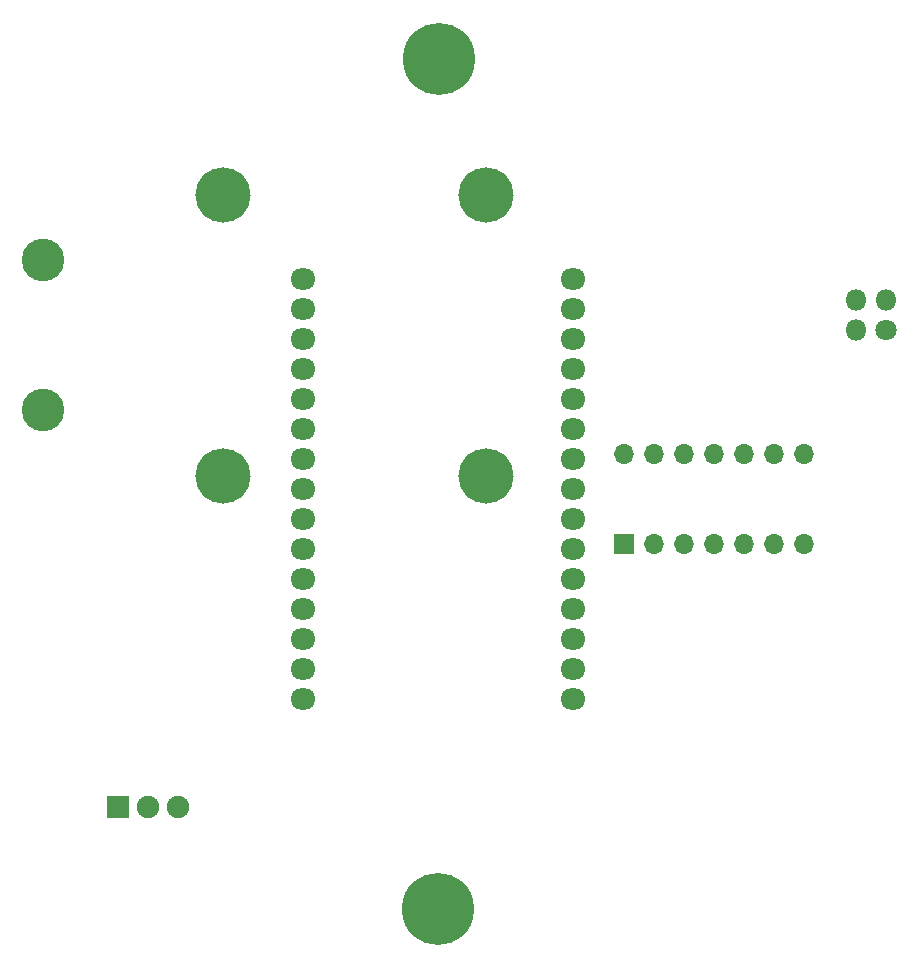
<source format=gbs>
G04 #@! TF.FileFunction,Soldermask,Bot*
%FSLAX46Y46*%
G04 Gerber Fmt 4.6, Leading zero omitted, Abs format (unit mm)*
G04 Created by KiCad (PCBNEW 4.0.7) date 07/15/18 15:36:16*
%MOMM*%
%LPD*%
G01*
G04 APERTURE LIST*
%ADD10C,0.100000*%
%ADD11C,3.601600*%
%ADD12C,4.673600*%
%ADD13R,1.901600X1.901600*%
%ADD14O,1.901600X1.901600*%
%ADD15O,2.133600X1.828800*%
%ADD16C,1.801600*%
%ADD17O,1.801600X1.801600*%
%ADD18R,1.701600X1.701600*%
%ADD19O,1.701600X1.701600*%
%ADD20C,6.101600*%
G04 APERTURE END LIST*
D10*
D11*
X156600000Y-68800000D03*
X156600000Y-56100000D03*
D12*
X171840000Y-50537400D03*
X171840000Y-74362600D03*
X194065000Y-74362600D03*
X194065000Y-50537400D03*
D13*
X162900000Y-102400000D03*
D14*
X165440000Y-102400000D03*
X167980000Y-102400000D03*
D15*
X178600000Y-57700000D03*
X178600000Y-60240000D03*
X178600000Y-62780000D03*
X178600000Y-65320000D03*
X178600000Y-67860000D03*
X178600000Y-70400000D03*
X178600000Y-72940000D03*
X178600000Y-75480000D03*
X178600000Y-78020000D03*
X178600000Y-80560000D03*
X178600000Y-83100000D03*
X178600000Y-85640000D03*
X178600000Y-88180000D03*
X178600000Y-90720000D03*
X178600000Y-93260000D03*
X201460000Y-57700000D03*
X201460000Y-88180000D03*
X201460000Y-90720000D03*
X201460000Y-85640000D03*
X201460000Y-70400000D03*
X201460000Y-67860000D03*
X201460000Y-72940000D03*
X201460000Y-93260000D03*
X201460000Y-78020000D03*
X201460000Y-75480000D03*
X201460000Y-80560000D03*
X201460000Y-83100000D03*
X201460000Y-62780000D03*
X201460000Y-65320000D03*
X201460000Y-60240000D03*
D16*
X227970000Y-61970000D03*
D17*
X225430000Y-61970000D03*
X227970000Y-59430000D03*
X225430000Y-59430000D03*
D18*
X205800000Y-80100000D03*
D19*
X221040000Y-72480000D03*
X208340000Y-80100000D03*
X218500000Y-72480000D03*
X210880000Y-80100000D03*
X215960000Y-72480000D03*
X213420000Y-80100000D03*
X213420000Y-72480000D03*
X215960000Y-80100000D03*
X210880000Y-72480000D03*
X218500000Y-80100000D03*
X208340000Y-72480000D03*
X221040000Y-80100000D03*
X205800000Y-72480000D03*
D20*
X190100000Y-39000000D03*
X190000000Y-111000000D03*
M02*

</source>
